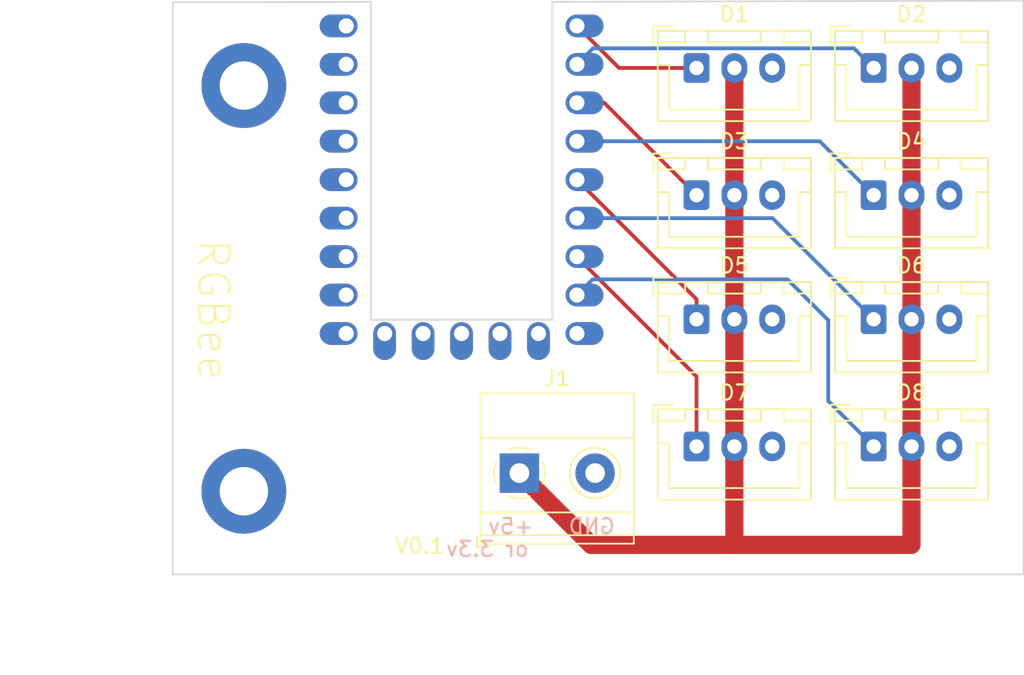
<source format=kicad_pcb>
(kicad_pcb (version 20221018) (generator pcbnew)
  (layers (0 "F.Cu" signal) (31 "B.Cu" signal) (34 "B.Paste" user) (35 "F.Paste" user) (36 "B.SilkS" user "B.Silkscreen") (37 "F.SilkS" user "F.Silkscreen") (38 "B.Mask" user) (39 "F.Mask" user) (44 "Edge.Cuts" user))
  (net 0 "")
  (net 1 "+5V")
  (net 2 "GND")
  (net 18 "/RGB0")
  (net 19 "/RGB1")
  (net 20 "/RGB2")
  (net 21 "/RGB3")
  (net 22 "/RGB4")
  (net 23 "/RGB5")
  (net 24 "/RGB6")
  (net 25 "/RGB7")
  (footprint "Connector_JST:JST_XH_B3B-XH-A_1x03_P2.50mm_Vertical" (layer "F.Cu") (at 51.5 37.64)
    (fp_text reference "D1" (at 2.5 -3.55) (layer "F.SilkS"))
    (fp_text value "NeoPixel_THT")
    (fp_line (start -2.85 -2.75) (end -2.85 -1.5) (stroke (width 0.12)) (layer "F.SilkS"))
    (fp_line (start -2.56 -2.46) (end -2.56 3.51) (stroke (width 0.12)) (layer "F.SilkS"))
    (fp_line (start -2.56 3.51) (end 7.56 3.51) (stroke (width 0.12)) (layer "F.SilkS"))
    (fp_line (start -2.55 -2.45) (end -2.55 -1.7) (stroke (width 0.12)) (layer "F.SilkS"))
    (fp_line (start -2.55 -1.7) (end -0.75 -1.7) (stroke (width 0.12)) (layer "F.SilkS"))
    (fp_line (start -2.55 -0.2) (end -1.8 -0.2) (stroke (width 0.12)) (layer "F.SilkS"))
    (fp_line (start -1.8 -0.2) (end -1.8 2.75) (stroke (width 0.12)) (layer "F.SilkS"))
    (fp_line (start -1.8 2.75) (end 2.5 2.75) (stroke (width 0.12)) (layer "F.SilkS"))
    (fp_line (start -1.6 -2.75) (end -2.85 -2.75) (stroke (width 0.12)) (layer "F.SilkS"))
    (fp_line (start -0.75 -2.45) (end -2.55 -2.45) (stroke (width 0.12)) (layer "F.SilkS"))
    (fp_line (start -0.75 -1.7) (end -0.75 -2.45) (stroke (width 0.12)) (layer "F.SilkS"))
    (fp_line (start 0.75 -2.45) (end 0.75 -1.7) (stroke (width 0.12)) (layer "F.SilkS"))
    (fp_line (start 0.75 -1.7) (end 4.25 -1.7) (stroke (width 0.12)) (layer "F.SilkS"))
    (fp_line (start 4.25 -2.45) (end 0.75 -2.45) (stroke (width 0.12)) (layer "F.SilkS"))
    (fp_line (start 4.25 -1.7) (end 4.25 -2.45) (stroke (width 0.12)) (layer "F.SilkS"))
    (fp_line (start 5.75 -2.45) (end 5.75 -1.7) (stroke (width 0.12)) (layer "F.SilkS"))
    (fp_line (start 5.75 -1.7) (end 7.55 -1.7) (stroke (width 0.12)) (layer "F.SilkS"))
    (fp_line (start 6.8 -0.2) (end 6.8 2.75) (stroke (width 0.12)) (layer "F.SilkS"))
    (fp_line (start 6.8 2.75) (end 2.5 2.75) (stroke (width 0.12)) (layer "F.SilkS"))
    (fp_line (start 7.55 -2.45) (end 5.75 -2.45) (stroke (width 0.12)) (layer "F.SilkS"))
    (fp_line (start 7.55 -1.7) (end 7.55 -2.45) (stroke (width 0.12)) (layer "F.SilkS"))
    (fp_line (start 7.55 -0.2) (end 6.8 -0.2) (stroke (width 0.12)) (layer "F.SilkS"))
    (fp_line (start 7.56 -2.46) (end -2.56 -2.46) (stroke (width 0.12)) (layer "F.SilkS"))
    (fp_line (start 7.56 3.51) (end 7.56 -2.46) (stroke (width 0.12)) (layer "F.SilkS"))
    (pad "1" thru_hole roundrect (at 0 0) (size 1.7 1.95) (drill 0.95) (layers "*.Cu" "*.Mask") (roundrect_rratio 0.1470588235) (net 18 "/RGB0"))
    (pad "2" thru_hole oval (at 2.5 0) (size 1.7 1.95) (drill 0.95) (layers "*.Cu" "*.Mask") (net 1 "+5V"))
    (pad "3" thru_hole oval (at 5 0) (size 1.7 1.95) (drill 0.95) (layers "*.Cu" "*.Mask") (net 2 "GND"))
  )
  (footprint "Connector_JST:JST_XH_B3B-XH-A_1x03_P2.50mm_Vertical" (layer "F.Cu") (at 63.2 54.24)
    (fp_text reference "D6" (at 2.5 -3.55) (layer "F.SilkS"))
    (fp_text value "NeoPixel_THT")
    (fp_line (start -2.85 -2.75) (end -2.85 -1.5) (stroke (width 0.12)) (layer "F.SilkS"))
    (fp_line (start -2.56 -2.46) (end -2.56 3.51) (stroke (width 0.12)) (layer "F.SilkS"))
    (fp_line (start -2.56 3.51) (end 7.56 3.51) (stroke (width 0.12)) (layer "F.SilkS"))
    (fp_line (start -2.55 -2.45) (end -2.55 -1.7) (stroke (width 0.12)) (layer "F.SilkS"))
    (fp_line (start -2.55 -1.7) (end -0.75 -1.7) (stroke (width 0.12)) (layer "F.SilkS"))
    (fp_line (start -2.55 -0.2) (end -1.8 -0.2) (stroke (width 0.12)) (layer "F.SilkS"))
    (fp_line (start -1.8 -0.2) (end -1.8 2.75) (stroke (width 0.12)) (layer "F.SilkS"))
    (fp_line (start -1.8 2.75) (end 2.5 2.75) (stroke (width 0.12)) (layer "F.SilkS"))
    (fp_line (start -1.6 -2.75) (end -2.85 -2.75) (stroke (width 0.12)) (layer "F.SilkS"))
    (fp_line (start -0.75 -2.45) (end -2.55 -2.45) (stroke (width 0.12)) (layer "F.SilkS"))
    (fp_line (start -0.75 -1.7) (end -0.75 -2.45) (stroke (width 0.12)) (layer "F.SilkS"))
    (fp_line (start 0.75 -2.45) (end 0.75 -1.7) (stroke (width 0.12)) (layer "F.SilkS"))
    (fp_line (start 0.75 -1.7) (end 4.25 -1.7) (stroke (width 0.12)) (layer "F.SilkS"))
    (fp_line (start 4.25 -2.45) (end 0.75 -2.45) (stroke (width 0.12)) (layer "F.SilkS"))
    (fp_line (start 4.25 -1.7) (end 4.25 -2.45) (stroke (width 0.12)) (layer "F.SilkS"))
    (fp_line (start 5.75 -2.45) (end 5.75 -1.7) (stroke (width 0.12)) (layer "F.SilkS"))
    (fp_line (start 5.75 -1.7) (end 7.55 -1.7) (stroke (width 0.12)) (layer "F.SilkS"))
    (fp_line (start 6.8 -0.2) (end 6.8 2.75) (stroke (width 0.12)) (layer "F.SilkS"))
    (fp_line (start 6.8 2.75) (end 2.5 2.75) (stroke (width 0.12)) (layer "F.SilkS"))
    (fp_line (start 7.55 -2.45) (end 5.75 -2.45) (stroke (width 0.12)) (layer "F.SilkS"))
    (fp_line (start 7.55 -1.7) (end 7.55 -2.45) (stroke (width 0.12)) (layer "F.SilkS"))
    (fp_line (start 7.55 -0.2) (end 6.8 -0.2) (stroke (width 0.12)) (layer "F.SilkS"))
    (fp_line (start 7.56 -2.46) (end -2.56 -2.46) (stroke (width 0.12)) (layer "F.SilkS"))
    (fp_line (start 7.56 3.51) (end 7.56 -2.46) (stroke (width 0.12)) (layer "F.SilkS"))
    (pad "1" thru_hole roundrect (at 0 0) (size 1.7 1.95) (drill 0.95) (layers "*.Cu" "*.Mask") (roundrect_rratio 0.1470588235) (net 23 "/RGB5"))
    (pad "2" thru_hole oval (at 2.5 0) (size 1.7 1.95) (drill 0.95) (layers "*.Cu" "*.Mask") (net 1 "+5V"))
    (pad "3" thru_hole oval (at 5 0) (size 1.7 1.95) (drill 0.95) (layers "*.Cu" "*.Mask") (net 2 "GND"))
  )
  (footprint "Connector_JST:JST_XH_B3B-XH-A_1x03_P2.50mm_Vertical" (layer "F.Cu") (at 51.5 54.24)
    (fp_text reference "D5" (at 2.5 -3.55) (layer "F.SilkS"))
    (fp_text value "NeoPixel_THT")
    (fp_line (start -2.85 -2.75) (end -2.85 -1.5) (stroke (width 0.12)) (layer "F.SilkS"))
    (fp_line (start -2.56 -2.46) (end -2.56 3.51) (stroke (width 0.12)) (layer "F.SilkS"))
    (fp_line (start -2.56 3.51) (end 7.56 3.51) (stroke (width 0.12)) (layer "F.SilkS"))
    (fp_line (start -2.55 -2.45) (end -2.55 -1.7) (stroke (width 0.12)) (layer "F.SilkS"))
    (fp_line (start -2.55 -1.7) (end -0.75 -1.7) (stroke (width 0.12)) (layer "F.SilkS"))
    (fp_line (start -2.55 -0.2) (end -1.8 -0.2) (stroke (width 0.12)) (layer "F.SilkS"))
    (fp_line (start -1.8 -0.2) (end -1.8 2.75) (stroke (width 0.12)) (layer "F.SilkS"))
    (fp_line (start -1.8 2.75) (end 2.5 2.75) (stroke (width 0.12)) (layer "F.SilkS"))
    (fp_line (start -1.6 -2.75) (end -2.85 -2.75) (stroke (width 0.12)) (layer "F.SilkS"))
    (fp_line (start -0.75 -2.45) (end -2.55 -2.45) (stroke (width 0.12)) (layer "F.SilkS"))
    (fp_line (start -0.75 -1.7) (end -0.75 -2.45) (stroke (width 0.12)) (layer "F.SilkS"))
    (fp_line (start 0.75 -2.45) (end 0.75 -1.7) (stroke (width 0.12)) (layer "F.SilkS"))
    (fp_line (start 0.75 -1.7) (end 4.25 -1.7) (stroke (width 0.12)) (layer "F.SilkS"))
    (fp_line (start 4.25 -2.45) (end 0.75 -2.45) (stroke (width 0.12)) (layer "F.SilkS"))
    (fp_line (start 4.25 -1.7) (end 4.25 -2.45) (stroke (width 0.12)) (layer "F.SilkS"))
    (fp_line (start 5.75 -2.45) (end 5.75 -1.7) (stroke (width 0.12)) (layer "F.SilkS"))
    (fp_line (start 5.75 -1.7) (end 7.55 -1.7) (stroke (width 0.12)) (layer "F.SilkS"))
    (fp_line (start 6.8 -0.2) (end 6.8 2.75) (stroke (width 0.12)) (layer "F.SilkS"))
    (fp_line (start 6.8 2.75) (end 2.5 2.75) (stroke (width 0.12)) (layer "F.SilkS"))
    (fp_line (start 7.55 -2.45) (end 5.75 -2.45) (stroke (width 0.12)) (layer "F.SilkS"))
    (fp_line (start 7.55 -1.7) (end 7.55 -2.45) (stroke (width 0.12)) (layer "F.SilkS"))
    (fp_line (start 7.55 -0.2) (end 6.8 -0.2) (stroke (width 0.12)) (layer "F.SilkS"))
    (fp_line (start 7.56 -2.46) (end -2.56 -2.46) (stroke (width 0.12)) (layer "F.SilkS"))
    (fp_line (start 7.56 3.51) (end 7.56 -2.46) (stroke (width 0.12)) (layer "F.SilkS"))
    (pad "1" thru_hole roundrect (at 0 0) (size 1.7 1.95) (drill 0.95) (layers "*.Cu" "*.Mask") (roundrect_rratio 0.1470588235) (net 22 "/RGB4"))
    (pad "2" thru_hole oval (at 2.5 0) (size 1.7 1.95) (drill 0.95) (layers "*.Cu" "*.Mask") (net 1 "+5V"))
    (pad "3" thru_hole oval (at 5 0) (size 1.7 1.95) (drill 0.95) (layers "*.Cu" "*.Mask") (net 2 "GND"))
  )
  (footprint "mcu:rp2040-zero-tht" (layer "F.Cu") (at 35.98 45.02)
    (fp_text reference "U1" hide)
    (fp_text value "rp2040-zero" hide)
    (fp_line (start -6 -11.75) (end -6 9.25) (stroke (width 0.12)) (layer "Edge.Cuts"))
    (fp_line (start -6 9.25) (end 6 9.25) (stroke (width 0.12)) (layer "Edge.Cuts"))
    (fp_line (start 6 9.25) (end 6 -11.75) (stroke (width 0.12)) (layer "Edge.Cuts"))
    (pad "1" thru_hole oval (at 7.62 -10.16 180) (size 2.5 1.5) (drill 1 (offset -0.5 0)) (layers "*.Cu" "*.Mask") (net 18 "/RGB0"))
    (pad "2" thru_hole oval (at 7.62 -7.62 180) (size 2.5 1.5) (drill 1 (offset -0.5 0)) (layers "*.Cu" "*.Mask") (net 19 "/RGB1"))
    (pad "3" thru_hole oval (at 7.62 -5.08 180) (size 2.5 1.5) (drill 1 (offset -0.5 0)) (layers "*.Cu" "*.Mask") (net 20 "/RGB2"))
    (pad "4" thru_hole oval (at 7.62 -2.54 180) (size 2.5 1.5) (drill 1 (offset -0.5 0)) (layers "*.Cu" "*.Mask") (net 21 "/RGB3"))
    (pad "5" thru_hole oval (at 7.62 0 180) (size 2.5 1.5) (drill 1 (offset -0.5 0)) (layers "*.Cu" "*.Mask") (net 22 "/RGB4"))
    (pad "6" thru_hole oval (at 7.62 2.54 180) (size 2.5 1.5) (drill 1 (offset -0.5 0)) (layers "*.Cu" "*.Mask") (net 23 "/RGB5"))
    (pad "7" thru_hole oval (at 7.62 5.08 180) (size 2.5 1.5) (drill 1 (offset -0.5 0)) (layers "*.Cu" "*.Mask") (net 24 "/RGB6"))
    (pad "8" thru_hole oval (at 7.62 7.62 180) (size 2.5 1.5) (drill 1 (offset -0.5 0)) (layers "*.Cu" "*.Mask") (net 25 "/RGB7"))
    (pad "9" thru_hole oval (at 7.62 10.16 180) (size 2.5 1.5) (drill 1 (offset -0.5 0)) (layers "*.Cu" "*.Mask"))
    (pad "10" thru_hole oval (at 5.08 10.16 90) (size 2.5 1.5) (drill 1 (offset -0.5 0)) (layers "*.Cu" "*.Mask"))
    (pad "11" thru_hole oval (at 2.54 10.16 90) (size 2.5 1.5) (drill 1 (offset -0.5 0)) (layers "*.Cu" "*.Mask"))
    (pad "12" thru_hole oval (at 0 10.16 90) (size 2.5 1.5) (drill 1 (offset -0.5 0)) (layers "*.Cu" "*.Mask"))
    (pad "13" thru_hole oval (at -2.54 10.16 90) (size 2.5 1.5) (drill 1 (offset -0.5 0)) (layers "*.Cu" "*.Mask"))
    (pad "14" thru_hole oval (at -5.08 10.16 90) (size 2.5 1.5) (drill 1 (offset -0.5 0)) (layers "*.Cu" "*.Mask"))
    (pad "15" thru_hole oval (at -7.62 10.16) (size 2.5 1.5) (drill 1 (offset -0.5 0)) (layers "*.Cu" "*.Mask"))
    (pad "16" thru_hole oval (at -7.62 7.62) (size 2.5 1.5) (drill 1 (offset -0.5 0)) (layers "*.Cu" "*.Mask"))
    (pad "17" thru_hole oval (at -7.62 5.08) (size 2.5 1.5) (drill 1 (offset -0.5 0)) (layers "*.Cu" "*.Mask"))
    (pad "18" thru_hole oval (at -7.62 2.54) (size 2.5 1.5) (drill 1 (offset -0.5 0)) (layers "*.Cu" "*.Mask"))
    (pad "19" thru_hole oval (at -7.62 0) (size 2.5 1.5) (drill 1 (offset -0.5 0)) (layers "*.Cu" "*.Mask"))
    (pad "20" thru_hole oval (at -7.62 -2.54) (size 2.5 1.5) (drill 1 (offset -0.5 0)) (layers "*.Cu" "*.Mask"))
    (pad "21" thru_hole oval (at -7.62 -5.08) (size 2.5 1.5) (drill 1 (offset -0.5 0)) (layers "*.Cu" "*.Mask"))
    (pad "22" thru_hole oval (at -7.62 -7.62) (size 2.5 1.5) (drill 1 (offset -0.5 0)) (layers "*.Cu" "*.Mask"))
    (pad "23" thru_hole oval (at -7.62 -10.16) (size 2.5 1.5) (drill 1 (offset -0.5 0)) (layers "*.Cu" "*.Mask"))
  )
  (footprint "Connector_JST:JST_XH_B3B-XH-A_1x03_P2.50mm_Vertical" (layer "F.Cu") (at 63.2 62.64)
    (fp_text reference "D8" (at 2.5 -3.55) (layer "F.SilkS"))
    (fp_text value "NeoPixel_THT")
    (fp_line (start -2.85 -2.75) (end -2.85 -1.5) (stroke (width 0.12)) (layer "F.SilkS"))
    (fp_line (start -2.56 -2.46) (end -2.56 3.51) (stroke (width 0.12)) (layer "F.SilkS"))
    (fp_line (start -2.56 3.51) (end 7.56 3.51) (stroke (width 0.12)) (layer "F.SilkS"))
    (fp_line (start -2.55 -2.45) (end -2.55 -1.7) (stroke (width 0.12)) (layer "F.SilkS"))
    (fp_line (start -2.55 -1.7) (end -0.75 -1.7) (stroke (width 0.12)) (layer "F.SilkS"))
    (fp_line (start -2.55 -0.2) (end -1.8 -0.2) (stroke (width 0.12)) (layer "F.SilkS"))
    (fp_line (start -1.8 -0.2) (end -1.8 2.75) (stroke (width 0.12)) (layer "F.SilkS"))
    (fp_line (start -1.8 2.75) (end 2.5 2.75) (stroke (width 0.12)) (layer "F.SilkS"))
    (fp_line (start -1.6 -2.75) (end -2.85 -2.75) (stroke (width 0.12)) (layer "F.SilkS"))
    (fp_line (start -0.75 -2.45) (end -2.55 -2.45) (stroke (width 0.12)) (layer "F.SilkS"))
    (fp_line (start -0.75 -1.7) (end -0.75 -2.45) (stroke (width 0.12)) (layer "F.SilkS"))
    (fp_line (start 0.75 -2.45) (end 0.75 -1.7) (stroke (width 0.12)) (layer "F.SilkS"))
    (fp_line (start 0.75 -1.7) (end 4.25 -1.7) (stroke (width 0.12)) (layer "F.SilkS"))
    (fp_line (start 4.25 -2.45) (end 0.75 -2.45) (stroke (width 0.12)) (layer "F.SilkS"))
    (fp_line (start 4.25 -1.7) (end 4.25 -2.45) (stroke (width 0.12)) (layer "F.SilkS"))
    (fp_line (start 5.75 -2.45) (end 5.75 -1.7) (stroke (width 0.12)) (layer "F.SilkS"))
    (fp_line (start 5.75 -1.7) (end 7.55 -1.7) (stroke (width 0.12)) (layer "F.SilkS"))
    (fp_line (start 6.8 -0.2) (end 6.8 2.75) (stroke (width 0.12)) (layer "F.SilkS"))
    (fp_line (start 6.8 2.75) (end 2.5 2.75) (stroke (width 0.12)) (layer "F.SilkS"))
    (fp_line (start 7.55 -2.45) (end 5.75 -2.45) (stroke (width 0.12)) (layer "F.SilkS"))
    (fp_line (start 7.55 -1.7) (end 7.55 -2.45) (stroke (width 0.12)) (layer "F.SilkS"))
    (fp_line (start 7.55 -0.2) (end 6.8 -0.2) (stroke (width 0.12)) (layer "F.SilkS"))
    (fp_line (start 7.56 -2.46) (end -2.56 -2.46) (stroke (width 0.12)) (layer "F.SilkS"))
    (fp_line (start 7.56 3.51) (end 7.56 -2.46) (stroke (width 0.12)) (layer "F.SilkS"))
    (pad "1" thru_hole roundrect (at 0 0) (size 1.7 1.95) (drill 0.95) (layers "*.Cu" "*.Mask") (roundrect_rratio 0.1470588235) (net 25 "/RGB7"))
    (pad "2" thru_hole oval (at 2.5 0) (size 1.7 1.95) (drill 0.95) (layers "*.Cu" "*.Mask") (net 1 "+5V"))
    (pad "3" thru_hole oval (at 5 0) (size 1.7 1.95) (drill 0.95) (layers "*.Cu" "*.Mask") (net 2 "GND"))
  )
  (footprint "MountingHole:MountingHole_3.2mm_M3_DIN965_Pad" (layer "F.Cu") (at 21.6 38.8)
    (fp_text reference "H1" hide)
    (fp_text value "MountingHole")
    (pad "1" thru_hole circle (at 0 0) (size 5.6 5.6) (drill 3.2) (layers "*.Cu" "*.Mask"))
  )
  (footprint "Connector_JST:JST_XH_B3B-XH-A_1x03_P2.50mm_Vertical" (layer "F.Cu") (at 51.5 62.64)
    (fp_text reference "D7" (at 2.5 -3.55) (layer "F.SilkS"))
    (fp_text value "NeoPixel_THT")
    (fp_line (start -2.85 -2.75) (end -2.85 -1.5) (stroke (width 0.12)) (layer "F.SilkS"))
    (fp_line (start -2.56 -2.46) (end -2.56 3.51) (stroke (width 0.12)) (layer "F.SilkS"))
    (fp_line (start -2.56 3.51) (end 7.56 3.51) (stroke (width 0.12)) (layer "F.SilkS"))
    (fp_line (start -2.55 -2.45) (end -2.55 -1.7) (stroke (width 0.12)) (layer "F.SilkS"))
    (fp_line (start -2.55 -1.7) (end -0.75 -1.7) (stroke (width 0.12)) (layer "F.SilkS"))
    (fp_line (start -2.55 -0.2) (end -1.8 -0.2) (stroke (width 0.12)) (layer "F.SilkS"))
    (fp_line (start -1.8 -0.2) (end -1.8 2.75) (stroke (width 0.12)) (layer "F.SilkS"))
    (fp_line (start -1.8 2.75) (end 2.5 2.75) (stroke (width 0.12)) (layer "F.SilkS"))
    (fp_line (start -1.6 -2.75) (end -2.85 -2.75) (stroke (width 0.12)) (layer "F.SilkS"))
    (fp_line (start -0.75 -2.45) (end -2.55 -2.45) (stroke (width 0.12)) (layer "F.SilkS"))
    (fp_line (start -0.75 -1.7) (end -0.75 -2.45) (stroke (width 0.12)) (layer "F.SilkS"))
    (fp_line (start 0.75 -2.45) (end 0.75 -1.7) (stroke (width 0.12)) (layer "F.SilkS"))
    (fp_line (start 0.75 -1.7) (end 4.25 -1.7) (stroke (width 0.12)) (layer "F.SilkS"))
    (fp_line (start 4.25 -2.45) (end 0.75 -2.45) (stroke (width 0.12)) (layer "F.SilkS"))
    (fp_line (start 4.25 -1.7) (end 4.25 -2.45) (stroke (width 0.12)) (layer "F.SilkS"))
    (fp_line (start 5.75 -2.45) (end 5.75 -1.7) (stroke (width 0.12)) (layer "F.SilkS"))
    (fp_line (start 5.75 -1.7) (end 7.55 -1.7) (stroke (width 0.12)) (layer "F.SilkS"))
    (fp_line (start 6.8 -0.2) (end 6.8 2.75) (stroke (width 0.12)) (layer "F.SilkS"))
    (fp_line (start 6.8 2.75) (end 2.5 2.75) (stroke (width 0.12)) (layer "F.SilkS"))
    (fp_line (start 7.55 -2.45) (end 5.75 -2.45) (stroke (width 0.12)) (layer "F.SilkS"))
    (fp_line (start 7.55 -1.7) (end 7.55 -2.45) (stroke (width 0.12)) (layer "F.SilkS"))
    (fp_line (start 7.55 -0.2) (end 6.8 -0.2) (stroke (width 0.12)) (layer "F.SilkS"))
    (fp_line (start 7.56 -2.46) (end -2.56 -2.46) (stroke (width 0.12)) (layer "F.SilkS"))
    (fp_line (start 7.56 3.51) (end 7.56 -2.46) (stroke (width 0.12)) (layer "F.SilkS"))
    (pad "1" thru_hole roundrect (at 0 0) (size 1.7 1.95) (drill 0.95) (layers "*.Cu" "*.Mask") (roundrect_rratio 0.1470588235) (net 24 "/RGB6"))
    (pad "2" thru_hole oval (at 2.5 0) (size 1.7 1.95) (drill 0.95) (layers "*.Cu" "*.Mask") (net 1 "+5V"))
    (pad "3" thru_hole oval (at 5 0) (size 1.7 1.95) (drill 0.95) (layers "*.Cu" "*.Mask") (net 2 "GND"))
  )
  (footprint "Connector_JST:JST_XH_B3B-XH-A_1x03_P2.50mm_Vertical" (layer "F.Cu") (at 63.2 46.04)
    (fp_text reference "D4" (at 2.5 -3.55) (layer "F.SilkS"))
    (fp_text value "NeoPixel_THT")
    (fp_line (start -2.85 -2.75) (end -2.85 -1.5) (stroke (width 0.12)) (layer "F.SilkS"))
    (fp_line (start -2.56 -2.46) (end -2.56 3.51) (stroke (width 0.12)) (layer "F.SilkS"))
    (fp_line (start -2.56 3.51) (end 7.56 3.51) (stroke (width 0.12)) (layer "F.SilkS"))
    (fp_line (start -2.55 -2.45) (end -2.55 -1.7) (stroke (width 0.12)) (layer "F.SilkS"))
    (fp_line (start -2.55 -1.7) (end -0.75 -1.7) (stroke (width 0.12)) (layer "F.SilkS"))
    (fp_line (start -2.55 -0.2) (end -1.8 -0.2) (stroke (width 0.12)) (layer "F.SilkS"))
    (fp_line (start -1.8 -0.2) (end -1.8 2.75) (stroke (width 0.12)) (layer "F.SilkS"))
    (fp_line (start -1.8 2.75) (end 2.5 2.75) (stroke (width 0.12)) (layer "F.SilkS"))
    (fp_line (start -1.6 -2.75) (end -2.85 -2.75) (stroke (width 0.12)) (layer "F.SilkS"))
    (fp_line (start -0.75 -2.45) (end -2.55 -2.45) (stroke (width 0.12)) (layer "F.SilkS"))
    (fp_line (start -0.75 -1.7) (end -0.75 -2.45) (stroke (width 0.12)) (layer "F.SilkS"))
    (fp_line (start 0.75 -2.45) (end 0.75 -1.7) (stroke (width 0.12)) (layer "F.SilkS"))
    (fp_line (start 0.75 -1.7) (end 4.25 -1.7) (stroke (width 0.12)) (layer "F.SilkS"))
    (fp_line (start 4.25 -2.45) (end 0.75 -2.45) (stroke (width 0.12)) (layer "F.SilkS"))
    (fp_line (start 4.25 -1.7) (end 4.25 -2.45) (stroke (width 0.12)) (layer "F.SilkS"))
    (fp_line (start 5.75 -2.45) (end 5.75 -1.7) (stroke (width 0.12)) (layer "F.SilkS"))
    (fp_line (start 5.75 -1.7) (end 7.55 -1.7) (stroke (width 0.12)) (layer "F.SilkS"))
    (fp_line (start 6.8 -0.2) (end 6.8 2.75) (stroke (width 0.12)) (layer "F.SilkS"))
    (fp_line (start 6.8 2.75) (end 2.5 2.75) (stroke (width 0.12)) (layer "F.SilkS"))
    (fp_line (start 7.55 -2.45) (end 5.75 -2.45) (stroke (width 0.12)) (layer "F.SilkS"))
    (fp_line (start 7.55 -1.7) (end 7.55 -2.45) (stroke (width 0.12)) (layer "F.SilkS"))
    (fp_line (start 7.55 -0.2) (end 6.8 -0.2) (stroke (width 0.12)) (layer "F.SilkS"))
    (fp_line (start 7.56 -2.46) (end -2.56 -2.46) (stroke (width 0.12)) (layer "F.SilkS"))
    (fp_line (start 7.56 3.51) (end 7.56 -2.46) (stroke (width 0.12)) (layer "F.SilkS"))
    (pad "1" thru_hole roundrect (at 0 0) (size 1.7 1.95) (drill 0.95) (layers "*.Cu" "*.Mask") (roundrect_rratio 0.1470588235) (net 21 "/RGB3"))
    (pad "2" thru_hole oval (at 2.5 0) (size 1.7 1.95) (drill 0.95) (layers "*.Cu" "*.Mask") (net 1 "+5V"))
    (pad "3" thru_hole oval (at 5 0) (size 1.7 1.95) (drill 0.95) (layers "*.Cu" "*.Mask") (net 2 "GND"))
  )
  (footprint "TerminalBlock_Phoenix:TerminalBlock_Phoenix_MKDS-1,5-2_1x02_P5.00mm_Horizontal" (layer "F.Cu") (at 39.8 64.4)
    (fp_text reference "J1" (at 2.5 -6.26) (layer "F.SilkS"))
    (fp_text value "Conn_01x02_Pin")
    (fp_line (start -2.8 4.16) (end -2.8 4.9) (stroke (width 0.12)) (layer "F.SilkS"))
    (fp_line (start -2.8 4.9) (end -2.3 4.9) (stroke (width 0.12)) (layer "F.SilkS"))
    (fp_line (start -2.56 -5.261) (end -2.56 4.66) (stroke (width 0.12)) (layer "F.SilkS"))
    (fp_line (start -2.56 -5.261) (end 7.56 -5.261) (stroke (width 0.12)) (layer "F.SilkS"))
    (fp_line (start -2.56 -2.301) (end 7.56 -2.301) (stroke (width 0.12)) (layer "F.SilkS"))
    (fp_line (start -2.56 2.6) (end 7.56 2.6) (stroke (width 0.12)) (layer "F.SilkS"))
    (fp_line (start -2.56 4.1) (end 7.56 4.1) (stroke (width 0.12)) (layer "F.SilkS"))
    (fp_line (start -2.56 4.66) (end 7.56 4.66) (stroke (width 0.12)) (layer "F.SilkS"))
    (fp_line (start 3.773 1.023) (end 3.726 1.069) (stroke (width 0.12)) (layer "F.SilkS"))
    (fp_line (start 3.966 1.239) (end 3.931 1.274) (stroke (width 0.12)) (layer "F.SilkS"))
    (fp_line (start 6.07 -1.275) (end 6.035 -1.239) (stroke (width 0.12)) (layer "F.SilkS"))
    (fp_line (start 6.275 -1.069) (end 6.228 -1.023) (stroke (width 0.12)) (layer "F.SilkS"))
    (fp_line (start 7.56 -5.261) (end 7.56 4.66) (stroke (width 0.12)) (layer "F.SilkS"))
    (fp_arc (start -1.535427 0.683042) (mid -1.680501 -0.000524) (end -1.535 -0.684) (stroke (width 0.12)) (layer "F.SilkS"))
    (fp_arc (start -0.683042 -1.535427) (mid 0.000524 -1.680501) (end 0.684 -1.535) (stroke (width 0.12)) (layer "F.SilkS"))
    (fp_arc (start 0.028805 1.680253) (mid -0.335551 1.646659) (end -0.684 1.535) (stroke (width 0.12)) (layer "F.SilkS"))
    (fp_arc (start 0.683318 1.534756) (mid 0.349292 1.643288) (end 0 1.68) (stroke (width 0.12)) (layer "F.SilkS"))
    (fp_arc (start 1.535427 -0.683042) (mid 1.680501 0.000524) (end 1.535 0.684) (stroke (width 0.12)) (layer "F.SilkS"))
    (fp_circle (center 5 0) (end 6.68 0) (stroke (width 0.12)) (fill none) (layer "F.SilkS"))
    (pad "1" thru_hole rect (at 0 0) (size 2.6 2.6) (drill 1.3) (layers "*.Cu" "*.Mask") (net 1 "+5V"))
    (pad "2" thru_hole circle (at 5 0) (size 2.6 2.6) (drill 1.3) (layers "*.Cu" "*.Mask") (net 2 "GND"))
  )
  (footprint "MountingHole:MountingHole_3.2mm_M3_DIN965_Pad" (layer "F.Cu") (at 21.6 65.6)
    (fp_text reference "H2" hide)
    (fp_text value "MountingHole")
    (pad "1" thru_hole circle (at 0 0) (size 5.6 5.6) (drill 3.2) (layers "*.Cu" "*.Mask"))
  )
  (footprint "Connector_JST:JST_XH_B3B-XH-A_1x03_P2.50mm_Vertical" (layer "F.Cu") (at 63.2 37.64)
    (fp_text reference "D2" (at 2.5 -3.55) (layer "F.SilkS"))
    (fp_text value "NeoPixel_THT")
    (fp_line (start -2.85 -2.75) (end -2.85 -1.5) (stroke (width 0.12)) (layer "F.SilkS"))
    (fp_line (start -2.56 -2.46) (end -2.56 3.51) (stroke (width 0.12)) (layer "F.SilkS"))
    (fp_line (start -2.56 3.51) (end 7.56 3.51) (stroke (width 0.12)) (layer "F.SilkS"))
    (fp_line (start -2.55 -2.45) (end -2.55 -1.7) (stroke (width 0.12)) (layer "F.SilkS"))
    (fp_line (start -2.55 -1.7) (end -0.75 -1.7) (stroke (width 0.12)) (layer "F.SilkS"))
    (fp_line (start -2.55 -0.2) (end -1.8 -0.2) (stroke (width 0.12)) (layer "F.SilkS"))
    (fp_line (start -1.8 -0.2) (end -1.8 2.75) (stroke (width 0.12)) (layer "F.SilkS"))
    (fp_line (start -1.8 2.75) (end 2.5 2.75) (stroke (width 0.12)) (layer "F.SilkS"))
    (fp_line (start -1.6 -2.75) (end -2.85 -2.75) (stroke (width 0.12)) (layer "F.SilkS"))
    (fp_line (start -0.75 -2.45) (end -2.55 -2.45) (stroke (width 0.12)) (layer "F.SilkS"))
    (fp_line (start -0.75 -1.7) (end -0.75 -2.45) (stroke (width 0.12)) (layer "F.SilkS"))
    (fp_line (start 0.75 -2.45) (end 0.75 -1.7) (stroke (width 0.12)) (layer "F.SilkS"))
    (fp_line (start 0.75 -1.7) (end 4.25 -1.7) (stroke (width 0.12)) (layer "F.SilkS"))
    (fp_line (start 4.25 -2.45) (end 0.75 -2.45) (stroke (width 0.12)) (layer "F.SilkS"))
    (fp_line (start 4.25 -1.7) (end 4.25 -2.45) (stroke (width 0.12)) (layer "F.SilkS"))
    (fp_line (start 5.75 -2.45) (end 5.75 -1.7) (stroke (width 0.12)) (layer "F.SilkS"))
    (fp_line (start 5.75 -1.7) (end 7.55 -1.7) (stroke (width 0.12)) (layer "F.SilkS"))
    (fp_line (start 6.8 -0.2) (end 6.8 2.75) (stroke (width 0.12)) (layer "F.SilkS"))
    (fp_line (start 6.8 2.75) (end 2.5 2.75) (stroke (width 0.12)) (layer "F.SilkS"))
    (fp_line (start 7.55 -2.45) (end 5.75 -2.45) (stroke (width 0.12)) (layer "F.SilkS"))
    (fp_line (start 7.55 -1.7) (end 7.55 -2.45) (stroke (width 0.12)) (layer "F.SilkS"))
    (fp_line (start 7.55 -0.2) (end 6.8 -0.2) (stroke (width 0.12)) (layer "F.SilkS"))
    (fp_line (start 7.56 -2.46) (end -2.56 -2.46) (stroke (width 0.12)) (layer "F.SilkS"))
    (fp_line (start 7.56 3.51) (end 7.56 -2.46) (stroke (width 0.12)) (layer "F.SilkS"))
    (pad "1" thru_hole roundrect (at 0 0) (size 1.7 1.95) (drill 0.95) (layers "*.Cu" "*.Mask") (roundrect_rratio 0.1470588235) (net 19 "/RGB1"))
    (pad "2" thru_hole oval (at 2.5 0) (size 1.7 1.95) (drill 0.95) (layers "*.Cu" "*.Mask") (net 1 "+5V"))
    (pad "3" thru_hole oval (at 5 0) (size 1.7 1.95) (drill 0.95) (layers "*.Cu" "*.Mask") (net 2 "GND"))
  )
  (footprint "Connector_JST:JST_XH_B3B-XH-A_1x03_P2.50mm_Vertical" (layer "F.Cu") (at 51.5 46.04)
    (fp_text reference "D3" (at 2.5 -3.55) (layer "F.SilkS"))
    (fp_text value "NeoPixel_THT")
    (fp_line (start -2.85 -2.75) (end -2.85 -1.5) (stroke (width 0.12)) (layer "F.SilkS"))
    (fp_line (start -2.56 -2.46) (end -2.56 3.51) (stroke (width 0.12)) (layer "F.SilkS"))
    (fp_line (start -2.56 3.51) (end 7.56 3.51) (stroke (width 0.12)) (layer "F.SilkS"))
    (fp_line (start -2.55 -2.45) (end -2.55 -1.7) (stroke (width 0.12)) (layer "F.SilkS"))
    (fp_line (start -2.55 -1.7) (end -0.75 -1.7) (stroke (width 0.12)) (layer "F.SilkS"))
    (fp_line (start -2.55 -0.2) (end -1.8 -0.2) (stroke (width 0.12)) (layer "F.SilkS"))
    (fp_line (start -1.8 -0.2) (end -1.8 2.75) (stroke (width 0.12)) (layer "F.SilkS"))
    (fp_line (start -1.8 2.75) (end 2.5 2.75) (stroke (width 0.12)) (layer "F.SilkS"))
    (fp_line (start -1.6 -2.75) (end -2.85 -2.75) (stroke (width 0.12)) (layer "F.SilkS"))
    (fp_line (start -0.75 -2.45) (end -2.55 -2.45) (stroke (width 0.12)) (layer "F.SilkS"))
    (fp_line (start -0.75 -1.7) (end -0.75 -2.45) (stroke (width 0.12)) (layer "F.SilkS"))
    (fp_line (start 0.75 -2.45) (end 0.75 -1.7) (stroke (width 0.12)) (layer "F.SilkS"))
    (fp_line (start 0.75 -1.7) (end 4.25 -1.7) (stroke (width 0.12)) (layer "F.SilkS"))
    (fp_line (start 4.25 -2.45) (end 0.75 -2.45) (stroke (width 0.12)) (layer "F.SilkS"))
    (fp_line (start 4.25 -1.7) (end 4.25 -2.45) (stroke (width 0.12)) (layer "F.SilkS"))
    (fp_line (start 5.75 -2.45) (end 5.75 -1.7) (stroke (width 0.12)) (layer "F.SilkS"))
    (fp_line (start 5.75 -1.7) (end 7.55 -1.7) (stroke (width 0.12)) (layer "F.SilkS"))
    (fp_line (start 6.8 -0.2) (end 6.8 2.75) (stroke (width 0.12)) (layer "F.SilkS"))
    (fp_line (start 6.8 2.75) (end 2.5 2.75) (stroke (width 0.12)) (layer "F.SilkS"))
    (fp_line (start 7.55 -2.45) (end 5.75 -2.45) (stroke (width 0.12)) (layer "F.SilkS"))
    (fp_line (start 7.55 -1.7) (end 7.55 -2.45) (stroke (width 0.12)) (layer "F.SilkS"))
    (fp_line (start 7.55 -0.2) (end 6.8 -0.2) (stroke (width 0.12)) (layer "F.SilkS"))
    (fp_line (start 7.56 -2.46) (end -2.56 -2.46) (stroke (width 0.12)) (layer "F.SilkS"))
    (fp_line (start 7.56 3.51) (end 7.56 -2.46) (stroke (width 0.12)) (layer "F.SilkS"))
    (pad "1" thru_hole roundrect (at 0 0) (size 1.7 1.95) (drill 0.95) (layers "*.Cu" "*.Mask") (roundrect_rratio 0.1470588235) (net 20 "/RGB2"))
    (pad "2" thru_hole oval (at 2.5 0) (size 1.7 1.95) (drill 0.95) (layers "*.Cu" "*.Mask") (net 1 "+5V"))
    (pad "3" thru_hole oval (at 5 0) (size 1.7 1.95) (drill 0.95) (layers "*.Cu" "*.Mask") (net 2 "GND"))
  )
  (gr_line (start 73.1 71.1) (end 22.1 71.1) (stroke (width 0.1)) (layer "Edge.Cuts"))
  (gr_line (start 16.9 67.6) (end 16.9 71.1) (stroke (width 0.1)) (layer "Edge.Cuts"))
  (gr_line (start 41.98 33.27) (end 73.1 33.2) (stroke (width 0.1)) (layer "Edge.Cuts"))
  (gr_line (start 22.1 71.1) (end 16.9 71.1) (stroke (width 0.1)) (layer "Edge.Cuts"))
  (gr_line (start 73.1 67.6) (end 73.1 71.1) (stroke (width 0.1)) (layer "Edge.Cuts"))
  (gr_line (start 73.1 33.2) (end 73.1 67.6) (stroke (width 0.1)) (layer "Edge.Cuts"))
  (gr_line (start 29.98 33.27) (end 22.1 33.3) (stroke (width 0.1)) (layer "Edge.Cuts"))
  (gr_line (start 22.1 33.3) (end 16.9 33.3) (stroke (width 0.1)) (layer "Edge.Cuts"))
  (gr_line (start 16.9 67.6) (end 16.9 33.3) (stroke (width 0.1)) (layer "Edge.Cuts"))
  (gr_text "GND" (at 46.2 68.5) (layer "B.SilkS") (effects (font (size 1 1)) (justify left bottom mirror)))
  (gr_text "or 3.3v" (at 40.5 70) (layer "B.SilkS") (effects (font (size 1 1)) (justify left bottom mirror)))
  (gr_text "+5v\n" (at 40.8 68.5) (layer "B.SilkS") (effects (font (size 1 1)) (justify left bottom mirror)))
  (gr_text "V0.1\n" (at 31.5 69.8) (layer "F.SilkS") (effects (font (size 1 1)) (justify left bottom)))
  (gr_text "RGBee" (at 18.4 48.8 270) (layer "F.SilkS") (effects (font (size 2 2)) (justify left bottom)))
  (segment (start 54 54.24) (end 54 62.64) (width 1.2) (layer "F.Cu") (net 1))
  (segment (start 65.7 69.14) (end 65.7 62.64) (width 1.2) (layer "F.Cu") (net 1))
  (segment (start 54 46.04) (end 54 54.24) (width 1.2) (layer "F.Cu") (net 1))
  (segment (start 44.54 69.14) (end 39.8 64.4) (width 1.2) (layer "F.Cu") (net 1))
  (segment (start 54 69.14) (end 54 62.64) (width 1.2) (layer "F.Cu") (net 1))
  (segment (start 54 69.14) (end 65.7 69.14) (width 1.2) (layer "F.Cu") (net 1))
  (segment (start 65.7 46.04) (end 65.7 37.64) (width 1.2) (layer "F.Cu") (net 1))
  (segment (start 65.7 54.24) (end 65.7 46.04) (width 1.2) (layer "F.Cu") (net 1))
  (segment (start 54 37.64) (end 54 46.04) (width 1.2) (layer "F.Cu") (net 1))
  (segment (start 54 69.14) (end 44.54 69.14) (width 1.2) (layer "F.Cu") (net 1))
  (segment (start 65.7 54.24) (end 65.7 62.64) (width 1.2) (layer "F.Cu") (net 1))
  (segment (start 51.5 37.64) (end 46.38 37.64) (width 0.25) (layer "F.Cu") (net 18))
  (segment (start 46.38 37.64) (end 43.6 34.86) (width 0.25) (layer "F.Cu") (net 18))
  (segment (start 61.9 36.34) (end 63.2 37.64) (width 0.25) (layer "B.Cu") (net 19))
  (segment (start 44.66 36.34) (end 61.9 36.34) (width 0.25) (layer "B.Cu") (net 19))
  (segment (start 43.6 37.4) (end 44.66 36.34) (width 0.25) (layer "B.Cu") (net 19))
  (segment (start 45.4 39.94) (end 51.5 46.04) (width 0.25) (layer "F.Cu") (net 20))
  (segment (start 43.6 39.94) (end 45.4 39.94) (width 0.25) (layer "F.Cu") (net 20))
  (segment (start 59.64 42.48) (end 63.2 46.04) (width 0.25) (layer "B.Cu") (net 21))
  (segment (start 43.6 42.48) (end 59.64 42.48) (width 0.25) (layer "B.Cu") (net 21))
  (segment (start 51.5 52.92) (end 51.5 54.24) (width 0.25) (layer "F.Cu") (net 22))
  (segment (start 43.6 45.02) (end 51.5 52.92) (width 0.25) (layer "F.Cu") (net 22))
  (segment (start 43.6 47.56) (end 56.52 47.56) (width 0.25) (layer "B.Cu") (net 23))
  (segment (start 56.52 47.56) (end 63.2 54.24) (width 0.25) (layer "B.Cu") (net 23))
  (segment (start 51.5 58.01972) (end 51.5 62.64) (width 0.25) (layer "F.Cu") (net 24))
  (segment (start 43.6 50.11972) (end 51.5 58.01972) (width 0.25) (layer "F.Cu") (net 24))
  (segment (start 43.6 50.1) (end 43.6 50.11972) (width 0.25) (layer "F.Cu") (net 24))
  (segment (start 57.5 51.6) (end 60.2 54.3) (width 0.25) (layer "B.Cu") (net 25))
  (segment (start 44.64 51.6) (end 57.5 51.6) (width 0.25) (layer "B.Cu") (net 25))
  (segment (start 43.6 52.64) (end 44.64 51.6) (width 0.25) (layer "B.Cu") (net 25))
  (segment (start 60.2 54.3) (end 60.2 59.64) (width 0.25) (layer "B.Cu") (net 25))
  (segment (start 60.2 59.64) (end 63.2 62.64) (width 0.25) (layer "B.Cu") (net 25))
)
</source>
